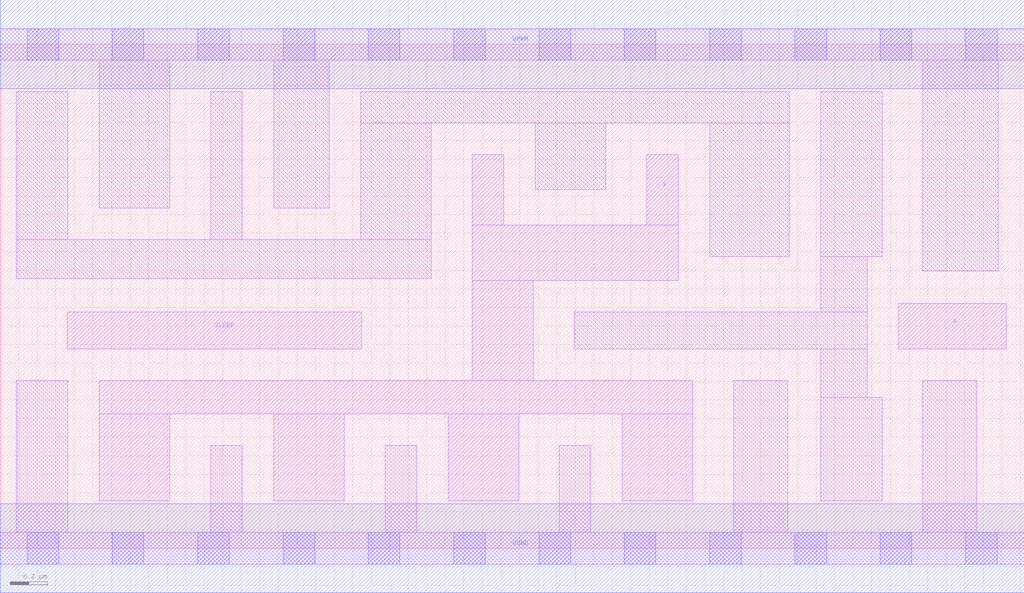
<source format=lef>
# Copyright 2020 The SkyWater PDK Authors
#
# Licensed under the Apache License, Version 2.0 (the "License");
# you may not use this file except in compliance with the License.
# You may obtain a copy of the License at
#
#     https://www.apache.org/licenses/LICENSE-2.0
#
# Unless required by applicable law or agreed to in writing, software
# distributed under the License is distributed on an "AS IS" BASIS,
# WITHOUT WARRANTIES OR CONDITIONS OF ANY KIND, either express or implied.
# See the License for the specific language governing permissions and
# limitations under the License.
#
# SPDX-License-Identifier: Apache-2.0

VERSION 5.7 ;
BUSBITCHARS "[]" ;
DIVIDERCHAR "/" ;
PROPERTYDEFINITIONS
  MACRO maskLayoutSubType STRING ;
  MACRO prCellType STRING ;
  MACRO originalViewName STRING ;
END PROPERTYDEFINITIONS
MACRO sky130_fd_sc_hdll__isobufsrc_4
  ORIGIN  0.000000  0.000000 ;
  CLASS CORE ;
  SYMMETRY X Y R90 ;
  SIZE  5.520000 BY  2.720000 ;
  SITE unithd ;
  PIN A
    ANTENNAGATEAREA  0.277500 ;
    DIRECTION INPUT ;
    USE SIGNAL ;
    PORT
      LAYER li1 ;
        RECT 4.845000 1.075000 5.425000 1.320000 ;
    END
  END A
  PIN SLEEP
    ANTENNAGATEAREA  1.110000 ;
    DIRECTION INPUT ;
    USE SIGNAL ;
    PORT
      LAYER li1 ;
        RECT 0.360000 1.075000 1.950000 1.275000 ;
    END
  END SLEEP
  PIN VGND
    DIRECTION INOUT ;
    USE SIGNAL ;
    PORT
      LAYER met1 ;
        RECT 0.000000 -0.240000 5.520000 0.240000 ;
    END
  END VGND
  PIN VPWR
    DIRECTION INOUT ;
    USE SIGNAL ;
    PORT
      LAYER met1 ;
        RECT 0.000000 2.480000 5.520000 2.960000 ;
    END
  END VPWR
  PIN X
    ANTENNADIFFAREA  1.477000 ;
    DIRECTION OUTPUT ;
    USE SIGNAL ;
    PORT
      LAYER li1 ;
        RECT 0.535000 0.255000 0.915000 0.725000 ;
        RECT 0.535000 0.725000 3.735000 0.905000 ;
        RECT 1.475000 0.255000 1.855000 0.725000 ;
        RECT 2.415000 0.255000 2.795000 0.725000 ;
        RECT 2.545000 0.905000 2.875000 1.445000 ;
        RECT 2.545000 1.445000 3.655000 1.745000 ;
        RECT 2.545000 1.745000 2.715000 2.125000 ;
        RECT 3.355000 0.255000 3.735000 0.725000 ;
        RECT 3.485000 1.745000 3.655000 2.125000 ;
    END
  END X
  OBS
    LAYER li1 ;
      RECT 0.000000 -0.085000 5.520000 0.085000 ;
      RECT 0.000000  2.635000 5.520000 2.805000 ;
      RECT 0.085000  0.085000 0.365000 0.905000 ;
      RECT 0.085000  1.455000 2.325000 1.665000 ;
      RECT 0.085000  1.665000 0.365000 2.465000 ;
      RECT 0.535000  1.835000 0.915000 2.635000 ;
      RECT 1.135000  0.085000 1.305000 0.555000 ;
      RECT 1.135000  1.665000 1.305000 2.465000 ;
      RECT 1.475000  1.835000 1.775000 2.635000 ;
      RECT 1.945000  1.665000 2.325000 2.295000 ;
      RECT 1.945000  2.295000 4.255000 2.465000 ;
      RECT 2.075000  0.085000 2.245000 0.555000 ;
      RECT 2.885000  1.935000 3.265000 2.295000 ;
      RECT 3.015000  0.085000 3.185000 0.555000 ;
      RECT 3.095000  1.075000 4.675000 1.275000 ;
      RECT 3.825000  1.575000 4.255000 2.295000 ;
      RECT 3.955000  0.085000 4.245000 0.905000 ;
      RECT 4.425000  0.255000 4.755000 0.815000 ;
      RECT 4.425000  0.815000 4.675000 1.075000 ;
      RECT 4.425000  1.275000 4.675000 1.575000 ;
      RECT 4.425000  1.575000 4.755000 2.465000 ;
      RECT 4.975000  0.085000 5.265000 0.905000 ;
      RECT 4.975000  1.495000 5.380000 2.635000 ;
    LAYER mcon ;
      RECT 0.145000 -0.085000 0.315000 0.085000 ;
      RECT 0.145000  2.635000 0.315000 2.805000 ;
      RECT 0.605000 -0.085000 0.775000 0.085000 ;
      RECT 0.605000  2.635000 0.775000 2.805000 ;
      RECT 1.065000 -0.085000 1.235000 0.085000 ;
      RECT 1.065000  2.635000 1.235000 2.805000 ;
      RECT 1.525000 -0.085000 1.695000 0.085000 ;
      RECT 1.525000  2.635000 1.695000 2.805000 ;
      RECT 1.985000 -0.085000 2.155000 0.085000 ;
      RECT 1.985000  2.635000 2.155000 2.805000 ;
      RECT 2.445000 -0.085000 2.615000 0.085000 ;
      RECT 2.445000  2.635000 2.615000 2.805000 ;
      RECT 2.905000 -0.085000 3.075000 0.085000 ;
      RECT 2.905000  2.635000 3.075000 2.805000 ;
      RECT 3.365000 -0.085000 3.535000 0.085000 ;
      RECT 3.365000  2.635000 3.535000 2.805000 ;
      RECT 3.825000 -0.085000 3.995000 0.085000 ;
      RECT 3.825000  2.635000 3.995000 2.805000 ;
      RECT 4.285000 -0.085000 4.455000 0.085000 ;
      RECT 4.285000  2.635000 4.455000 2.805000 ;
      RECT 4.745000 -0.085000 4.915000 0.085000 ;
      RECT 4.745000  2.635000 4.915000 2.805000 ;
      RECT 5.205000 -0.085000 5.375000 0.085000 ;
      RECT 5.205000  2.635000 5.375000 2.805000 ;
  END
  PROPERTY maskLayoutSubType "abstract" ;
  PROPERTY prCellType "standard" ;
  PROPERTY originalViewName "layout" ;
END sky130_fd_sc_hdll__isobufsrc_4
END LIBRARY

</source>
